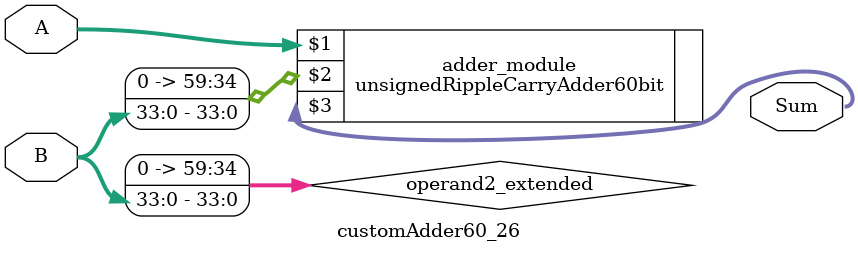
<source format=v>
module customAdder60_26(
                        input [59 : 0] A,
                        input [33 : 0] B,
                        
                        output [60 : 0] Sum
                );

        wire [59 : 0] operand2_extended;
        
        assign operand2_extended =  {26'b0, B};
        
        unsignedRippleCarryAdder60bit adder_module(
            A,
            operand2_extended,
            Sum
        );
        
        endmodule
        
</source>
